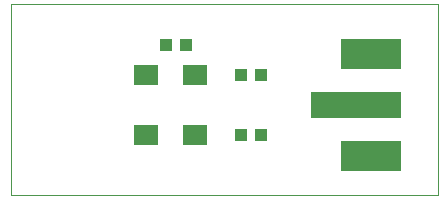
<source format=gtp>
G75*
G70*
%OFA0B0*%
%FSLAX24Y24*%
%IPPOS*%
%LPD*%
%AMOC8*
5,1,8,0,0,1.08239X$1,22.5*
%
%ADD10C,0.0000*%
%ADD11R,0.0787X0.0709*%
%ADD12R,0.0433X0.0394*%
%ADD13R,0.2000X0.1000*%
%ADD14R,0.3000X0.0900*%
D10*
X003000Y000100D02*
X003000Y006470D01*
X017242Y006470D01*
X017242Y000100D01*
X003000Y000100D01*
D11*
X007500Y002100D03*
X009154Y002100D03*
X009154Y004100D03*
X007500Y004100D03*
D12*
X008165Y005100D03*
X008835Y005100D03*
X010665Y004100D03*
X011335Y004100D03*
X011335Y002100D03*
X010665Y002100D03*
D13*
X015000Y001400D03*
X015000Y004800D03*
D14*
X014500Y003100D03*
M02*

</source>
